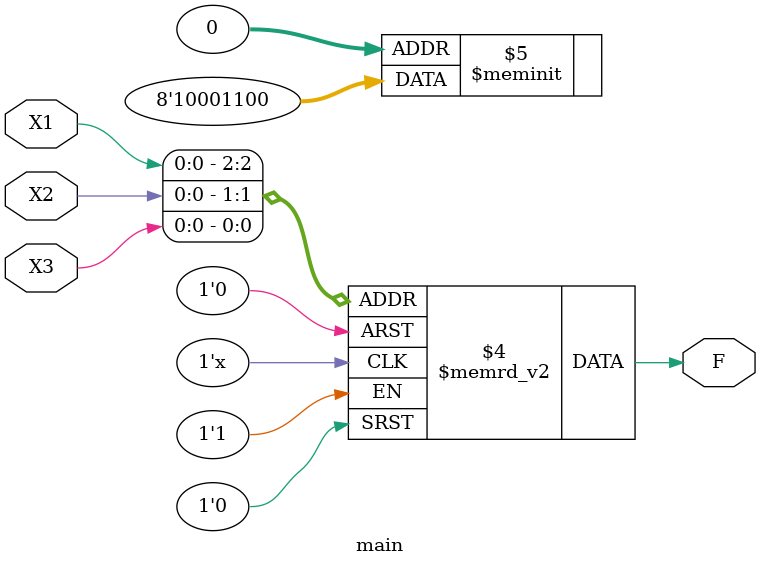
<source format=v>
module main (F, X1, X2, X3);
    // Определение входов X1, X2, X3 и выхода F
    input X1, X2, X3;
    output F;
    reg F;

    // Реализация таблицы истинности для комбинаций входов X1, X2, X3
    always @(X1 or X2 or X3)
    begin
        case ({X1, X2, X3})
            3'b000: F = 'b0; // 000 -> F = 0
            3'b001: F = 'b0; // 001 -> F = 0
            3'b010: F = 'b1; // 010 -> F = 1
            3'b011: F = 'b1; // 011 -> F = 1
            3'b100: F = 'b0; // 100 -> F = 0
            3'b101: F = 'b0; // 101 -> F = 0
            3'b110: F = 'b0; // 110 -> F = 0
            3'b111: F = 'b1; // 111 -> F = 1
        endcase
    end
endmodule
</source>
